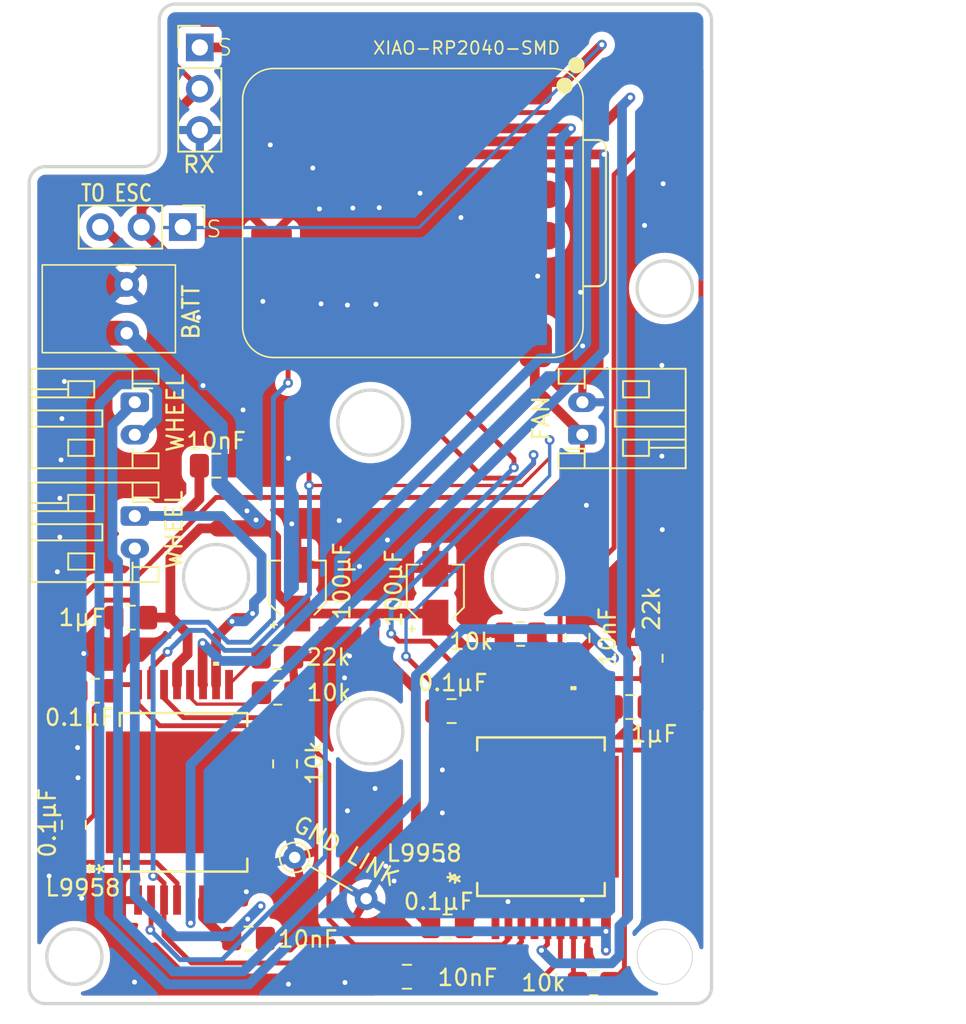
<source format=kicad_pcb>
(kicad_pcb (version 20240108) (generator "pcbnew") (generator_version "8.0")
  (layers (0 "F.Cu" signal) (31 "B.Cu" signal) (34 "B.Paste" user) (35 "F.Paste" user) (36 "B.SilkS" user "B.Silkscreen") (37 "F.SilkS" user "F.Silkscreen") (38 "B.Mask" user) (39 "F.Mask" user) (44 "Edge.Cuts" user))
  (net 0 "")
  (net 1 "PWM3")
  (net 2 "PPM")
  (net 3 "GND")
  (net 4 "µSI")
  (net 5 "+12V")
  (net 6 "SCK")
  (net 7 "Net-(U3-CP)")
  (net 8 "+5V")
  (net 9 "Net-(U3-REXT)")
  (net 10 "Net-(U3-EN)")
  (net 11 "PWM1")
  (net 12 "DIR1")
  (net 13 "Net-(U2-CP)")
  (net 14 "Net-(U2-EN)")
  (net 15 "Net-(U2-REXT)")
  (net 16 "PWM2")
  (net 17 "DIR2")
  (net 18 "µSO")
  (net 19 "CS")
  (net 20 "1SO")
  (net 21 "Net-(J4-Pin_3)")
  (net 22 "Net-(J5-Pin_1)")
  (net 23 "Net-(J5-Pin_2)")
  (net 24 "Net-(J6-Pin_2)")
  (net 25 "Net-(J6-Pin_1)")
  (net 26 "Net-(U2-DI)")
  (net 27 "Net-(U3-DI)")
  (footprint "Resistor_SMD:R_0805_2012Metric_Pad1.20x1.40mm_HandSolder" (layer "F.Cu") (at 163.2966 83.8708)
    (property "Reference" "10k")
    (property "Value" "10kohm")
  )
  (footprint "Connector_JST:JST_PH_S2B-PH-K_1x02_P2.00mm_Horizontal" (layer "F.Cu") (at 154.5 73 -90)
    (property "Reference" "WHEEL")
    (property "Value" "Conn_01x02_Socket")
  )
  (footprint "Resistor_SMD:R_0805_2012Metric_Pad1.20x1.40mm_HandSolder" (layer "F.Cu") (at 163.75 88.25 90)
    (property "Reference" "10k")
    (property "Value" "10kohm")
  )
  (footprint "Capacitor_SMD:C_0805_2012Metric_Pad1.18x1.45mm_HandSolder" (layer "F.Cu") (at 161.5 99)
    (property "Reference" "10nF")
    (property "Value" "10nF")
  )
  (footprint "Capacitor_SMD:C_0805_2012Metric_Pad1.18x1.45mm_HandSolder" (layer "F.Cu") (at 181.75 80.5 -90)
    (property "Reference" "10nF")
    (property "Value" "10nF")
  )
  (footprint "Resistor_SMD:R_0805_2012Metric_Pad1.20x1.40mm_HandSolder" (layer "F.Cu") (at 163.2712 81.6864)
    (property "Reference" "22k")
    (property "Value" "22kohm")
  )
  (footprint "Resistor_SMD:R_0805_2012Metric_Pad1.20x1.40mm_HandSolder" (layer "F.Cu") (at 178.25 80.25 180)
    (property "Reference" "10k")
    (property "Value" "10kohm")
  )
  (footprint "footprints:POWERSO16_STM" (layer "F.Cu") (at 157.5 90 90)
    (property "Reference" "L9958")
    (property "Value" "L9958SBTR")
  )
  (footprint "Capacitor_SMD:C_0805_2012Metric_Pad1.18x1.45mm_HandSolder" (layer "F.Cu") (at 173.75 98.25 180)
    (property "Reference" "0.1µF")
    (property "Value" "100nF")
  )
  (footprint "Resistor_SMD:R_0805_2012Metric_Pad1.20x1.40mm_HandSolder" (layer "F.Cu") (at 186.25 81.75 90)
    (property "Reference" "22k")
    (property "Value" "22kohm")
  )
  (footprint "Capacitor_SMD:C_0805_2012Metric_Pad1.18x1.45mm_HandSolder" (layer "F.Cu") (at 152.0375 83.75 180)
    (property "Reference" "0.1µF")
    (property "Value" "100nF")
  )
  (footprint "Capacitor_SMD:CP_Elec_3x5.3" (layer "F.Cu") (at 164.5 77.5 90)
    (property "Reference" "100µF")
    (property "Value" "100uF")
  )
  (footprint "Resistor_SMD:R_0805_2012Metric_Pad1.20x1.40mm_HandSolder" (layer "F.Cu") (at 182.75 101.75)
    (property "Reference" "10k")
    (property "Value" "10kohm")
  )
  (footprint "library:2_Wire" (layer "F.Cu") (at 157 60.75 90)
    (property "Reference" "BATT")
    (property "Value" "12Vin")
  )
  (footprint "Capacitor_SMD:CP_Elec_3x5.3" (layer "F.Cu") (at 173 77.75 90)
    (property "Reference" "100µF")
    (property "Value" "100uF")
  )
  (footprint "Capacitor_SMD:C_0805_2012Metric_Pad1.18x1.45mm_HandSolder" (layer "F.Cu") (at 174 85 180)
    (property "Reference" "0.1µF")
    (property "Value" "100nF")
  )
  (footprint "Connector_JST:JST_PH_S2B-PH-K_1x02_P2.00mm_Horizontal" (layer "F.Cu") (at 182.05 68 90)
    (property "Reference" "FAN")
    (property "Value" "Fan connector")
  )
  (footprint "footprints:POWERSO16_STM" (layer "F.Cu") (at 179.5 91.5 90)
    (property "Reference" "L9958")
    (property "Value" "L9958SBTR")
  )
  (footprint "Resistor_THT:R_Axial_DIN0204_L3.6mm_D1.6mm_P5.08mm_Vertical" (layer "F.Cu") (at 164.340597 94.005 -30)
    (property "Reference" "GND LINK")
    (property "Value" "0")
  )
  (footprint "footprints:XIAO-RP2040-SMD" (layer "F.Cu") (at 171.5556 54.301 -90)
    (property "Reference" "XIAO-RP2040-SMD")
    (property "Value" "XIAO-RP2040-SMD")
  )
  (footprint "Capacitor_SMD:C_0805_2012Metric_Pad1.18x1.45mm_HandSolder" (layer "F.Cu") (at 150.75 92 90)
    (property "Reference" "0.1µF")
    (property "Value" "100nF")
  )
  (footprint "Capacitor_SMD:C_0805_2012Metric_Pad1.18x1.45mm_HandSolder" (layer "F.Cu") (at 154.25 79.25 180)
    (property "Reference" "1µF")
    (property "Value" "1uF")
  )
  (footprint "Connector_JST:JST_PH_S2B-PH-K_1x02_P2.00mm_Horizontal" (layer "F.Cu") (at 154.5 66 -90)
    (property "Reference" "WHEEL")
    (property "Value" "Conn_01x02_Socket")
  )
  (footprint "Capacitor_SMD:C_0805_2012Metric_Pad1.18x1.45mm_HandSolder" (layer "F.Cu") (at 159.512 69.9008 180)
    (property "Reference" "10nF")
    (property "Value" "10nF")
  )
  (footprint "Connector_PinHeader_2.54mm:PinHeader_1x03_P2.54mm_Vertical" (layer "F.Cu") (at 158.5 44.17)
    (property "Reference" "RX")
    (property "Value" "Reciever" (hide yes))
  )
  (footprint "Capacitor_SMD:C_0805_2012Metric_Pad1.18x1.45mm_HandSolder" (layer "F.Cu") (at 171.25 101.346 180)
    (property "Reference" "10nF")
    (property "Value" "10nF")
  )
  (footprint "Capacitor_SMD:C_0805_2012Metric_Pad1.18x1.45mm_HandSolder" (layer "F.Cu") (at 185 84.75)
    (property "Reference" "1µF")
    (property "Value" "1uF")
  )
  (footprint "Connector_PinHeader_2.54mm:PinHeader_1x03_P2.54mm_Vertical" (layer "F.Cu") (at 157.4546 55.2196 -90)
    (property "Reference" "TO ESC")
    (property "Value" "BEC")
  )
  (footprint "footprints:BoardOutline" (layer "B.Cu") (at 168.5 78 180)
    (property "Reference" "REF**" (hide yes))
    (property "Value" "BoardOutline" (hide yes))
    (fp_line (start 20.5 -24) (end 20.5 25.5) (stroke (width 0.2)) (layer "Edge.Cuts"))
    (fp_line (start 13.5 26.5) (end 19.5 26.5) (stroke (width 0.2)) (layer "Edge.Cuts"))
    (fp_line (start 12.5 35.5) (end 12.5 27.5) (stroke (width 0.2)) (layer "Edge.Cuts"))
    (fp_line (start -20.500001 -25) (end 19.5 -25) (stroke (width 0.2)) (layer "Edge.Cuts"))
    (fp_line (start -20.500002 36.5) (end 11.5 36.5) (stroke (width 0.2)) (layer "Edge.Cuts"))
    (fp_line (start -21.5 -24.000001) (end -21.5 35.500001) (stroke (width 0.2)) (layer "Edge.Cuts"))
    (fp_arc (start 20.5 25.5) (mid 20.207107 26.207107) (end 19.5 26.5) (stroke (width 0.2)) (layer "Edge.Cuts"))
    (fp_arc (start 19.5 -25) (mid 20.207107 -24.707107) (end 20.5 -24) (stroke (width 0.2)) (layer "Edge.Cuts"))
    (fp_arc (start 12.5 35.5) (mid 12.207107 36.207107) (end 11.5 36.5) (stroke (width 0.2)) (layer "Edge.Cuts"))
    (fp_arc (start 12.5 27.5) (mid 12.792893 26.792893) (end 13.5 26.5) (stroke (width 0.2)) (layer "Edge.Cuts"))
    (fp_arc (start -20.500002 36.5) (mid -21.207107 36.207107) (end -21.5 35.500001) (stroke (width 0.2)) (layer "Edge.Cuts"))
    (fp_arc (start -21.5 -24.000001) (mid -21.207107 -24.707107) (end -20.500001 -25) (stroke (width 0.2)) (layer "Edge.Cuts"))
    (fp_circle (center 17.72 -22.11) (end 19.42 -22.11) (stroke (width 0.2)) (fill none) (layer "Edge.Cuts"))
    (fp_circle (center 9 1.25) (end 11 1.25) (stroke (width 0.2)) (fill none) (layer "Edge.Cuts"))
    (fp_circle (center -0.5 10.75) (end 1.5 10.75) (stroke (width 0.2)) (fill none) (layer "Edge.Cuts"))
    (fp_circle (center -0.5 -8.25) (end 1.5 -8.25) (stroke (width 0.2)) (fill none) (layer "Edge.Cuts"))
    (fp_circle (center -10 1.25) (end -8 1.25) (stroke (width 0.2)) (fill none) (layer "Edge.Cuts"))
    (fp_circle (center -18.62 19) (end -16.92 19) (stroke (width 0.2)) (fill none) (layer "Edge.Cuts"))
    (fp_circle (center -18.62 -22.11) (end -16.92 -22.11) (stroke (width 0.05)) (fill none) (layer "Edge.Cuts"))
  )
  (gr_text "S" (at 159.4866 44.7548 0) (layer "F.SilkS") (effects (font (size 1 1) (thickness 0.1)) (justify left bottom)))
  (gr_text "S" (at 158.8262 55.9308 0) (layer "F.SilkS") (effects (font (size 1 1) (thickness 0.1)) (justify left bottom)))
  (segment (start 180.949 46.301) (end 183.25 44) (width 0.6) (layer "F.Cu") (net 1))
  (segment (start 179.1756 46.301) (end 180.949 46.301) (width 0.6) (layer "F.Cu") (net 1))
  (via (at 183.25 44) (size 0.6) (drill 0.3) (layers "F.Cu" "B.Cu") (net 1))
  (segment (start 156.25 55.25) (end 172 55.25) (width 0.2) (layer "B.Cu") (net 1))
  (segment (start 172 55.25) (end 183.25 44) (width 0.2) (layer "B.Cu") (net 1))
  (segment (start 169.681084 44.17) (end 171.5556 46.044516) (width 0.6) (layer "F.Cu") (net 2))
  (segment (start 171.5556 46.044516) (end 171.5556 46.301) (width 0.6) (layer "F.Cu") (net 2))
  (segment (start 158.5 44.17) (end 169.681084 44.17) (width 0.6) (layer "F.Cu") (net 2))
  (segment (start 182.30035 96.88015) (end 182.0418 96.6216) (width 0.2) (layer "F.Cu") (net 3))
  (segment (start 176.69965 98.1294) (end 176.69965 97.0277) (width 0.2) (layer "F.Cu") (net 3))
  (segment (start 176.69965 97.0277) (end 177.00415 96.7232) (width 0.2) (layer "F.Cu") (net 3))
  (segment (start 177.00415 96.7232) (end 177.4698 96.7232) (width 0.2) (layer "F.Cu") (net 3))
  (segment (start 182.30035 98.1294) (end 182.30035 96.88015) (width 0.2) (layer "F.Cu") (net 3))
  (via (at 167.4114 82.9564) (size 0.6) (drill 0.3) (layers "F.Cu" "B.Cu") (net 3))
  (via (at 151.003 89.1032) (size 0.6) (drill 0.3) (layers "F.Cu" "B.Cu") (net 3))
  (via (at 149.225 95.1484) (size 0.6) (drill 0.3) (layers "F.Cu" "B.Cu") (net 3))
  (via (at 150.9776 87.249) (size 0.6) (drill 0.3) (layers "F.Cu" "B.Cu") (net 3))
  (via (at 165.862 54.102) (size 0.6) (drill 0.3) (layers "F.Cu" "B.Cu") (net 3))
  (via (at 162.3822 59.7916) (size 0.6) (drill 0.3) (layers "F.Cu" "B.Cu") (net 3))
  (via (at 170.053 74.4728) (size 0.6) (drill 0.3) (layers "F.Cu" "B.Cu") (net 3))
  (via (at 181.9402 59.2328) (size 0.6) (drill 0.3) (layers "F.Cu" "B.Cu") (net 3))
  (via (at 167.5892 60.0202) (size 0.6) (drill 0.3) (layers "F.Cu" "B.Cu") (net 3))
  (via (at 149.8854 74.295) (size 0.6) (drill 0.3) (layers "F.Cu" "B.Cu") (net 3))
  (via (at 168.3258 76.0984) (size 0.6) (drill 0.3) (layers "F.Cu" "B.Cu") (net 3))
  (via (at 173.4312 91.2622) (size 0.6) (drill 0.3) (layers "F.Cu" "B.Cu") (net 3))
  (via (at 167.0812 73.279) (size 0.6) (drill 0.3) (layers "F.Cu" "B.Cu") (net 3))
  (via (at 177.4698 96.7232) (size 0.6) (drill 0.3) (layers "F.Cu" "B.Cu") (net 3))
  (via (at 164.1602 73.4822) (size 0.6) (drill 0.3) (layers "F.Cu" "B.Cu") (net 3))
  (via (at 150.0124 67.0052) (size 0.6) (drill 0.3) (layers "F.Cu" "B.Cu") (net 3))
  (via (at 182.0418 96.6216) (size 0.6) (drill 0.3) (layers "F.Cu" "B.Cu") (net 3))
  (via (at 163.957 101.8032) (size 0.6) (drill 0.3) (layers "F.Cu" "B.Cu") (net 3))
  (via (at 169.9514 94.5388) (size 0.6) (drill 0.3) (layers "F.Cu" "B.Cu") (net 3))
  (via (at 167.5892 91.1352) (size 0.6) (drill 0.3) (layers "F.Cu" "B.Cu") (net 3))
  (via (at 149.8854 71.9074) (size 0.6) (drill 0.3) (layers "F.Cu" "B.Cu") (net 3))
  (via (at 172.0596 53.1368) (size 0.6) (drill 0.3) (layers "F.Cu" "B.Cu") (net 3))
  (via (at 165.9636 59.944) (size 0.6) (drill 0.3) (layers "F.Cu" "B.Cu") (net 3))
  (via (at 167.4368 101.7016) (size 0.6) (drill 0.3) (layers "F.Cu" "B.Cu") (net 3))
  (via (at 182.0672 62.5348) (size 0.6) (drill 0.3) (layers "F.Cu" "B.Cu") (net 3))
  (via (at 169.291 89.7636) (size 0.6) (drill 0.3) (layers "F.Cu" "B.Cu") (net 3))
  (via (at 174.5742 54.6354) (size 0.6) (drill 0.3) (layers "F.Cu" "B.Cu") (net 3))
  (via (at 169.3418 59.9694) (size 0.6) (drill 0.3) (layers "F.Cu" "B.Cu") (net 3))
  (via (at 185.8772 55.118) (size 0.6) (drill 0.3) (layers "F.Cu" "B.Cu") (net 3))
  (via (at 186.944 63.7286) (size 0.6) (drill 0.3) (layers "F.Cu" "B.Cu") (net 3))
  (via (at 149.9616 69.5452) (size 0.6) (drill 0.3) (layers "F.Cu" "B.Cu") (net 3))
  (via (at 169.545 54.0258) (size 0.6) (drill 0.3) (layers "F.Cu" "B.Cu") (net 3))
  (via (at 182.2958 72.3392) (size 0.6) (drill 0.3) (layers "F.Cu" "B.Cu") (net 3))
  (via (at 170.4594 95.4532) (size 0.6) (drill 0.3) (layers "F.Cu" "B.Cu") (net 3))
  (via (at 187.0202 52.5526) (size 0.6) (drill 0.3) (layers "F.Cu" "B.Cu") (net 3))
  (via (at 154.4828 101.6762) (size 0.6) (drill 0.3) (layers "F.Cu" "B.Cu") (net 3))
  (via (at 173.4312 88.6206) (size 0.6) (drill 0.3) (layers "F.Cu" "B.Cu") (net 3))
  (via (at 167.7162 81.6102) (size 0.6) (drill 0.3) (layers "F.Cu" "B.Cu") (net 3))
  (via (at 150.1648 64.7192) (size 0.6) (drill 0.3) (layers "F.Cu" "B.Cu") (net 3))
  (via (at 161.3662 96.1136) (size 0.6) (drill 0.3) (layers "F.Cu" "B.Cu") (net 3))
  (via (at 162.8394 50.165) (size 0.6) (drill 0.3) (layers "F.Cu" "B.Cu") (net 3))
  (via (at 167.9194 54.0512) (size 0.6) (drill 0.3) (layers "F.Cu" "B.Cu") (net 3))
  (via (at 186.944 69.3166) (size 0.6) (drill 0.3) (layers "F.Cu" "B.Cu") (net 3))
  (via (at 163.957 69.4436) (size 0.6) (drill 0.3) (layers "F.Cu" "B.Cu") (net 3))
  (via (at 158.6992 64.9732) (size 0.6) (drill 0.3) (layers "F.Cu" "B.Cu") (net 3))
  (via (at 151.3586 81.4578) (size 0.6) (drill 0.3) (layers "F.Cu" "B.Cu") (net 3))
  (via (at 186.9694 73.8378) (size 0.6) (drill 0.3) (layers "F.Cu" "B.Cu") (net 3))
  (via (at 149.733 76.4286) (size 0.6) (drill 0.3) (layers "F.Cu" "B.Cu") (net 3))
  (via (at 165.4556 51.5874) (size 0.6) (drill 0.3) (layers "F.Cu" "B.Cu") (net 3))
  (via (at 173.4566 94.1832) (size 0.6) (drill 0.3) (layers "F.Cu" "B.Cu") (net 3))
  (via (at 161.163 66.4718) (size 0.6) (drill 0.3) (layers "F.Cu" "B.Cu") (net 3))
  (via (at 179.2986 58.2422) (size 0.6) (drill 0.3) (layers "F.Cu" "B.Cu") (net 3))
  (via (at 158.4198 60.7822) (size 0.6) (drill 0.3) (layers "F.Cu" "B.Cu") (net 3))
  (via (at 151.2316 96.52) (size 0.6) (drill 0.3) (layers "F.Cu" "B.Cu") (net 3))
  (segment (start 171.5556 63.204039) (end 171.5556 62.466) (width 0.3) (layer "F.Cu") (net 4))
  (segment (start 177.8381 69.486539) (end 171.5556 63.204039) (width 0.3) (layer "F.Cu") (net 4))
  (segment (start 171.5556 62.466) (end 171.5556 62.5556) (width 0.3) (layer "F.Cu") (net 4))
  (segment (start 177.8381 70.0151) (end 177.8381 69.486539) (width 0.3) (layer "F.Cu") (net 4))
  (segment (start 155.456003 98.468747) (end 155.49975 98.425) (width 0.3) (layer "F.Cu") (net 4))
  (segment (start 155.49975 98.425) (end 155.49975 96.6294) (width 0.3) (layer "F.Cu") (net 4))
  (via (at 155.456003 98.468747) (size 0.6) (drill 0.3) (layers "F.Cu" "B.Cu") (net 4))
  (via (at 177.8381 70.0151) (size 0.6) (drill 0.3) (layers "F.Cu" "B.Cu") (net 4))
  (segment (start 166.228602 93.943598) (end 166.228602 81.624598) (width 0.3) (layer "B.Cu") (net 4))
  (segment (start 166.228602 81.624598) (end 177.8381 70.0151) (width 0.3) (layer "B.Cu") (net 4))
  (segment (start 155.456003 98.468747) (end 157.281456 100.2942) (width 0.3) (layer "B.Cu") (net 4))
  (segment (start 157.281456 100.2942) (end 159.878 100.2942) (width 0.3) (layer "B.Cu") (net 4))
  (segment (start 159.878 100.2942) (end 166.228602 93.943598) (width 0.3) (layer "B.Cu") (net 4))
  (segment (start 163.2 77.7) (end 164.5 79) (width 0.6) (layer "F.Cu") (net 5))
  (segment (start 150 90.2125) (end 150.75 90.9625) (width 0.3) (layer "F.Cu") (net 5))
  (segment (start 157.75 80.25) (end 157.75 81.5) (width 0.6) (layer "F.Cu") (net 5))
  (segment (start 163.2 74.295) (end 162.6666 73.7616) (width 0.6) (layer "F.Cu") (net 5))
  (segment (start 182.6875 86.75) (end 179.63645 86.75) (width 0.6) (layer "F.Cu") (net 5))
  (segment (start 156.75 79.25) (end 157.75 80.25) (width 0.6) (layer "F.Cu") (net 5))
  (segment (start 172.7125 98.25) (end 171.802452 97.339952) (width 0.6) (layer "F.Cu") (net 5))
  (segment (start 179.09995 86.2135) (end 179.09995 84.8706) (width 0.6) (layer "F.Cu") (net 5))
  (segment (start 156.689182 75.587428) (end 156.690893 75.587428) (width 0.6) (layer "F.Cu") (net 5))
  (segment (start 171.802452 83.678798) (end 169.25 81.126346) (width 0.6) (layer "F.Cu") (net 5))
  (segment (start 169.25 79) (end 172.75 79) (width 0.6) (layer "F.Cu") (net 5))
  (segment (start 156.690893 75.587428) (end 158.516721 73.7616) (width 0.6) (layer "F.Cu") (net 5))
  (segment (start 177.5 82) (end 179.09995 83.59995) (width 0.6) (layer "F.Cu") (net 5))
  (segment (start 154.2125 78.175) (end 152.619544 78.175) (width 0.3) (layer "F.Cu") (net 5))
  (segment (start 158.516721 73.7616) (end 159.58181 73.7616) (width 0.6) (layer "F.Cu") (net 5))
  (segment (start 183.9625 84.75) (end 183.9625 85.475) (width 0.6) (layer "F.Cu") (net 5))
  (segment (start 179.09995 83.59995) (end 179.09995 84.8706) (width 0.6) (layer "F.Cu") (net 5))
  (segment (start 162.6666 73.7616) (end 162.4838 73.7616) (width 1) (layer "F.Cu") (net 5))
  (segment (start 173 79.25) (end 175.75 82) (width 0.6) (layer "F.Cu") (net 5))
  (segment (start 169.25 81.126346) (end 169.25 79) (width 0.6) (layer "F.Cu") (net 5))
  (segment (start 157.75 81.5) (end 157.09995 82.15005) (width 0.6) (layer "F.Cu") (net 5))
  (segment (start 155.2875 79.25) (end 156.75 79.25) (width 0.6) (layer "F.Cu") (net 5))
  (segment (start 161.9631 73.2409) (end 161.4424 72.7202) (width 1) (layer "F.Cu") (net 5))
  (segment (start 179.09995 83.90005) (end 179.09995 84.8706) (width 0.3) (layer "F.Cu") (net 5))
  (segment (start 155.2875 79.25) (end 154.2125 78.175) (width 0.3) (layer "F.Cu") (net 5))
  (segment (start 172.75 79) (end 173 79.25) (width 0.6) (layer "F.Cu") (net 5))
  (segment (start 162.4838 73.7616) (end 161.9631 73.2409) (width 1) (layer "F.Cu") (net 5))
  (segment (start 159.58181 73.7616) (end 162.6666 73.7616) (width 1) (layer "F.Cu") (net 5))
  (segment (start 152.619544 78.175) (end 150 80.794544) (width 0.3) (layer "F.Cu") (net 5))
  (segment (start 171.802452 97.339952) (end 171.802452 83.678798) (width 0.6) (layer "F.Cu") (net 5))
  (segment (start 164.5 79) (end 169.25 79) (width 0.6) (layer "F.Cu") (net 5))
  (segment (start 179.63645 86.75) (end 179.09995 86.2135) (width 0.6) (layer "F.Cu") (net 5))
  (segment (start 161.4424 72.7202) (end 161.4424 72.707371) (width 1) (layer "F.Cu") (net 5))
  (segment (start 175.75 82) (end 177.5 82) (width 0.6) (layer "F.Cu") (net 5))
  (segment (start 156.75 79.25) (end 156.689182 79.189182) (width 0.6) (layer "F.Cu") (net 5))
  (segment (start 157.09995 82.15005) (end 157.09995 83.3706) (width 0.6) (layer "F.Cu") (net 5))
  (segment (start 150 80.794544) (end 150 90.2125) (width 0.3) (layer "F.Cu") (net 5))
  (segment (start 156.689182 79.189182) (end 156.689182 75.587428) (width 0.6) (layer "F.Cu") (net 5))
  (segment (start 163.2 77.7) (end 163.2 74.295) (width 0.6) (layer "F.Cu") (net 5))
  (segment (start 183.9625 85.475) (end 182.6875 86.75) (width 0.6) (layer "F.Cu") (net 5))
  (via (at 161.4043 72.6821) (size 0.6) (drill 0.3) (layers "F.Cu" "B.Cu") (net 5))
  (via (at 161.9631 73.2409) (size 0.6) (drill 0.3) (layers "F.Cu" "B.Cu") (net 5))
  (segment (start 161.4043 72.6821) (end 161.9631 73.2409) (width 1) (layer "B.Cu") (net 5))
  (segment (start 154 61.75) (end 159.7218 67.4718) (width 1) (layer "B.Cu") (net 5))
  (segment (start 159.7218 70.9996) (end 161.4043 72.6821) (width 1) (layer "B.Cu") (net 5))
  (segment (start 161.9631 73.2409) (end 162.0266 73.3044) (width 1) (layer "B.Cu") (net 5))
  (segment (start 159.7218 67.4718) (end 159.7218 70.9996) (width 1) (layer "B.Cu") (net 5))
  (segment (start 171.196 81.6356) (end 173.0604 83.5) (width 0.3) (layer "F.Cu") (net 6))
  (segment (start 165.227 71.12) (end 178.334796 71.12) (width 0.2) (layer "F.Cu") (net 6))
  (segment (start 180.0352 69.419596) (end 180.0352 68.326) (width 0.2) (layer "F.Cu") (net 6))
  (segment (start 165.227 63.7146) (end 166.4756 62.466) (width 0.3) (layer "F.Cu") (net 6))
  (segment (start 155.49975 82.37125) (end 155.49975 83.3706) (width 0.3) (layer "F.Cu") (net 6))
  (segment (start 165.227 71.12) (end 165.227 63.7146) (width 0.3) (layer "F.Cu") (net 6))
  (segment (start 177.49975 83.8277) (end 177.49975 84.8706) (width 0.3) (layer "F.Cu") (net 6))
  (segment (start 178.334796 71.12) (end 180.0352 69.419596) (width 0.2) (layer "F.Cu") (net 6))
  (segment (start 173.0604 83.5) (end 177.17205 83.5) (width 0.3) (layer "F.Cu") (net 6))
  (segment (start 156.5148 81.3562) (end 155.49975 82.37125) (width 0.3) (layer "F.Cu") (net 6))
  (segment (start 177.17205 83.5) (end 177.49975 83.8277) (width 0.3) (layer "F.Cu") (net 6))
  (via (at 156.5148 81.3562) (size 0.6) (drill 0.3) (layers "F.Cu" "B.Cu") (net 6))
  (via (at 165.227 71.12) (size 0.6) (drill 0.3) (layers "F.Cu" "B.Cu") (net 6))
  (via (at 171.196 81.6356) (size 0.6) (drill 0.3) (layers "F.Cu" "B.Cu") (net 6))
  (via (at 180.0352 68.326) (size 0.6) (drill 0.3) (layers "F.Cu" "B.Cu") (net 6))
  (segment (start 161.782762 81.265) (end 160.035238 81.265) (width 0.3) (layer "B.Cu") (net 6))
  (segment (start 171.196 79.359929) (end 180.0352 70.520729) (width 0.2) (layer "B.Cu") (net 6))
  (segment (start 165.25 77.797762) (end 161.782762 81.265) (width 0.3) (layer "B.Cu") (net 6))
  (segment (start 157.8356 80.0354) (end 156.5148 81.3562) (width 0.3) (layer "B.Cu") (net 6))
  (segment (start 171.196 81.6356) (end 171.196 79.359929) (width 0.2) (layer "B.Cu") (net 6))
  (segment (start 160.035238 81.265) (end 158.805638 80.0354) (width 0.3) (layer "B.Cu") (net 6))
  (segment (start 165.25 71.143) (end 165.25 77.797762) (width 0.3) (layer "B.Cu") (net 6))
  (segment (start 158.805638 80.0354) (end 157.8356 80.0354) (width 0.3) (layer "B.Cu") (net 6))
  (segment (start 165.227 71.12) (end 165.25 71.143) (width 0.3) (layer "B.Cu") (net 6))
  (segment (start 180.0352 70.520729) (end 180.0352 68.326) (width 0.2) (layer "B.Cu") (net 6))
  (segment (start 179.09995 97.0865) (end 178.07625 96.0628) (width 0.3) (layer "F.Cu") (net 7))
  (segment (start 178.07625 96.0628) (end 176.9747 96.0628) (width 0.3) (layer "F.Cu") (net 7))
  (segment (start 179.09995 98.1294) (end 179.09995 97.0865) (width 0.3) (layer "F.Cu") (net 7))
  (segment (start 176.9747 96.0628) (end 174.7875 98.25) (width 0.3) (layer "F.Cu") (net 7))
  (segment (start 182.05 68) (end 179.12 65.07) (width 0.6) (layer "F.Cu") (net 8))
  (segment (start 156.03085 85.9035) (end 154.69965 84.5723) (width 0.3) (layer "F.Cu") (net 8))
  (segment (start 153.4544 83.3706) (end 153.075 83.75) (width 0.3) (layer "F.Cu") (net 8))
  (segment (start 163.75 87.25) (end 163.75 87) (width 0.3) (layer "F.Cu") (net 8))
  (segment (start 176.57025 85) (end 176.69965 84.8706) (width 0.3) (layer "F.Cu") (net 8))
  (segment (start 175.7934 57.7088) (end 179.1756 61.091) (width 0.6) (layer "F.Cu") (net 8))
  (segment (start 163.75 87) (end 162.6535 85.9035) (width 0.3) (layer "F.Cu") (net 8))
  (segment (start 186.5 42.75) (end 189.35 45.6) (width 0.3) (layer "F.Cu") (net 8))
  (segment (start 184.6344 87.4) (end 184.6379 87.4035) (width 0.3) (layer "F.Cu") (net 8))
  (segment (start 184.6379 100.8621) (end 183.75 101.75) (width 0.3) (layer "F.Cu") (net 8))
  (segment (start 162.6535 85.9035) (end 156.03085 85.9035) (width 0.3) (layer "F.Cu") (net 8))
  (segment (start 179.678829 71.857371) (end 182.05 69.4862) (width 0.3) (layer "F.Cu") (net 8))
  (segment (start 149.5 91.6) (end 149.5 79.75) (width 0.3) (layer "F.Cu") (net 8))
  (segment (start 149.5 79.75) (end 152.071315 77.178685) (width 0.3) (layer "F.Cu") (net 8))
  (segment (start 153.075 83.75) (end 152 84.825) (width 0.3) (layer "F.Cu") (net 8))
  (segment (start 179.1756 61.091) (end 179.1756 62.466) (width 0.6) (layer "F.Cu") (net 8))
  (segment (start 186.8692 87.4) (end 184.6344 87.4) (width 0.3) (layer "F.Cu") (net 8))
  (segment (start 154.178685 77.178685) (end 159.5 71.857371) (width 0.3) (layer "F.Cu") (net 8))
  (segment (start 179.12 65.07) (end 179.12 62.1695) (width 0.6) (layer "F.Cu") (net 8))
  (segment (start 156.75 43) (end 157 42.75) (width 0.3) (layer "F.Cu") (net 8))
  (segment (start 189.35 84.9192) (end 186.8692 87.4) (width 0.3) (layer "F.Cu") (net 8))
  (segment (start 156.812925 52.147075) (end 154.9146 54.0454) (width 0.6) (layer "F.Cu") (net 8))
  (segment (start 158.5 46.71) (end 156.75 44.96) (width 0.3) (layer "F.Cu") (net 8))
  (segment (start 152 91.380456) (end 151.480456 91.9) (width 0.3) (layer "F.Cu") (net 8))
  (segment (start 184.6379 87.4035) (end 184.6379 88) (width 0.3) (layer "F.Cu") (net 8))
  (segment (start 159.5 71.857371) (end 179.678829 71.857371) (width 0.3) (layer "F.Cu") (net 8))
  (segment (start 154.69965 83.3706) (end 153.4544 83.3706) (width 0.3) (layer "F.Cu") (net 8))
  (segment (start 154.303685 77.053685) (end 154.178685 77.178685) (width 0.3) (layer "F.Cu") (net 8))
  (segment (start 154.69965 84.5723) (end 154.69965 83.3706) (width 0.3) (layer "F.Cu") (net 8))
  (segment (start 177.4375 87.4) (end 184.6344 87.4) (width 0.3) (layer "F.Cu") (net 8))
  (segment (start 175.0375 85) (end 176.57025 85) (width 0.3) (layer "F.Cu") (net 8))
  (segment (start 151.480456 91.9) (end 149.8 91.9) (width 0.3) (layer "F.Cu") (net 8))
  (segment (start 149.8 91.9) (end 149.5 91.6) (width 0.3) (layer "F.Cu") (net 8))
  (segment (start 156.812925 48.397075) (end 156.812925 52.147075) (width 0.6) (layer "F.Cu") (net 8))
  (segment (start 184.6379 88) (end 184.6379 100.8621) (width 0.3) (layer "F.Cu") (net 8))
  (segment (start 182.05 69.4862) (end 182.05 68) (width 0.3) (layer "F.Cu") (net 8))
  (segment (start 157.2438 57.7088) (end 175.7934 57.7088) (width 0.6) (layer "F.Cu") (net 8))
  (segment (start 189.35 45.6) (end 189.35 84.9192) (width 0.3) (layer "F.Cu") (net 8))
  (segment (start 154.9146 55.3796) (end 157.2438 57.7088) (width 0.6) (layer "F.Cu") (net 8))
  (segment (start 156.75 44.96) (end 156.75 43) (width 0.3) (layer "F.Cu") (net 8))
  (segment (start 158.5 46.71) (end 156.812925 48.397075) (width 0.6) (layer "F.Cu") (net 8))
  (segment (start 175.0375 85) (end 177.4375 87.4) (width 0.3) (layer "F.Cu") (net 8))
  (segment (start 152.071315 77.178685) (end 154.178685 77.178685) (width 0.3) (layer "F.Cu") (net 8))
  (segment (start 152 84.825) (end 152 91.380456) (width 0.3) (layer "F.Cu") (net 8))
  (segment (start 157 42.75) (end 186.5 42.75) (width 0.3) (layer "F.Cu") (net 8))
  (segment (start 154.9146 54.0454) (end 154.9146 55.3796) (width 0.6) (layer "F.Cu") (net 8))
  (segment (start 179.25 80.25) (end 179.90005 80.90005) (width 0.3) (layer "F.Cu") (net 9))
  (segment (start 179.90005 80.90005) (end 179.90005 84.8706) (width 0.3) (layer "F.Cu") (net 9))
  (segment (start 186 83) (end 183.25 83) (width 0.3) (layer "F.Cu") (net 10))
  (segment (start 182.30035 83.94965) (end 182.30035 84.8706) (width 0.3) (layer "F.Cu") (net 10))
  (segment (start 183.25 83) (end 182.30035 83.94965) (width 0.3) (layer "F.Cu") (net 10))
  (segment (start 186.25 82.75) (end 186 83) (width 0.3) (layer "F.Cu") (net 10))
  (segment (start 180.20537 48.176) (end 177.1356 48.176) (width 0.3) (layer "F.Cu") (net 11))
  (segment (start 184 74.94676) (end 184 52) (width 0.3) (layer "F.Cu") (net 11))
  (segment (start 184 52) (end 187.9 48.1) (width 0.3) (layer "F.Cu") (net 11))
  (segment (start 180.675 84.84545) (end 180.70015 84.8706) (width 0.3) (layer "F.Cu") (net 11))
  (segment (start 187.9 46.65) (end 187 45.75) (width 0.3) (layer "F.Cu") (net 11))
  (segment (start 182.348379 76.59838) (end 180.675 78.271759) (width 0.3) (layer "F.Cu") (net 11))
  (segment (start 177.1356 48.176) (end 176.6356 47.676) (width 0.3) (layer "F.Cu") (net 11))
  (segment (start 182.63137 45.75) (end 180.20537 48.176) (width 0.3) (layer "F.Cu") (net 11))
  (segment (start 176.6356 47.676) (end 176.6356 46.301) (width 0.3) (layer "F.Cu") (net 11))
  (segment (start 187 45.75) (end 182.63137 45.75) (width 0.3) (layer "F.Cu") (net 11))
  (segment (start 182.34838 76.59838) (end 182.348379 76.59838) (width 0.3) (layer "F.Cu") (net 11))
  (segment (start 180.675 78.271759) (end 180.675 84.84545) (width 0.3) (layer "F.Cu") (net 11))
  (segment (start 187.9 48.1) (end 187.9 46.65) (width 0.3) (layer "F.Cu") (net 11))
  (segment (start 182.34838 76.59838) (end 184 74.94676) (width 0.3) (layer "F.Cu") (net 11))
  (segment (start 182.3 49.95) (end 185 47.25) (width 0.6) (layer "F.Cu") (net 12))
  (segment (start 179.90005 98.1294) (end 179.90005 99.34995) (width 0.3) (layer "F.Cu") (net 12))
  (segment (start 171.2896 49.95) (end 182.3 49.95) (width 0.6) (layer "F.Cu") (net 12))
  (segment (start 169.0156 47.676) (end 171.2896 49.95) (width 0.6) (layer "F.Cu") (net 12))
  (segment (start 179.90005 99.34995) (end 179.5284 99.7216) (width 0.3) (layer "F.Cu") (net 12))
  (segment (start 169.0156 46.301) (end 169.0156 47.676) (width 0.6) (layer "F.Cu") (net 12))
  (via (at 185 47.25) (size 0.6) (drill 0.3) (layers "F.Cu" "B.Cu") (net 12))
  (via (at 179.5284 99.7216) (size 0.6) (drill 0.3) (layers "F.Cu" "B.Cu") (net 12))
  (segment (start 184.488767 47.761233) (end 184.488767 81.107396) (width 0.6) (layer "B.Cu") (net 12))
  (segment (start 183.858 100.5204) (end 180.3272 100.5204) (width 0.6) (layer "B.Cu") (net 12))
  (segment (start 180.3272 100.5204) (end 179.5284 99.7216) (width 0.6) (layer "B.Cu") (net 12))
  (segment (start 184.488767 81.107396) (end 184.868073 81.486702) (width 0.6) (layer "B.Cu") (net 12))
  (segment (start 184.3278 98.221455) (end 184.3278 100.0506) (width 0.6) (layer "B.Cu") (net 12))
  (segment (start 184.3278 100.0506) (end 183.858 100.5204) (width 0.6) (layer "B.Cu") (net 12))
  (segment (start 185 47.25) (end 184.488767 47.761233) (width 0.6) (layer "B.Cu") (net 12))
  (segment (start 184.868073 97.681182) (end 184.3278 98.221455) (width 0.6) (layer "B.Cu") (net 12))
  (segment (start 184.868073 81.486702) (end 184.868073 97.681182) (width 0.6) (layer "B.Cu") (net 12))
  (segment (start 150.75 94.3102) (end 155.82365 94.3102) (width 0.3) (layer "F.Cu") (net 13))
  (segment (start 155.82365 94.3102) (end 157.09995 95.5865) (width 0.3) (layer "F.Cu") (net 13))
  (segment (start 150.75 93.0375) (end 150.75 94.3102) (width 0.3) (layer "F.Cu") (net 13))
  (segment (start 157.09995 95.5865) (end 157.09995 96.6294) (width 0.3) (layer "F.Cu") (net 13))
  (segment (start 162.2712 81.6864) (end 161.98455 81.6864) (width 0.2) (layer "F.Cu") (net 14))
  (segment (start 161.98455 81.6864) (end 160.30035 83.3706) (width 0.2) (layer "F.Cu") (net 14))
  (segment (start 158.3085 84.5723) (end 157.90005 84.16385) (width 0.2) (layer "F.Cu") (net 15))
  (segment (start 157.90005 84.16385) (end 157.90005 83.3706) (width 0.2) (layer "F.Cu") (net 15))
  (segment (start 161.5951 84.5723) (end 158.3085 84.5723) (width 0.2) (layer "F.Cu") (net 15))
  (segment (start 162.2966 83.8708) (end 161.5951 84.5723) (width 0.2) (layer "F.Cu") (net 15))
  (segment (start 174.0956 46.557484) (end 174.0956 46.301) (width 0.6) (layer "F.Cu") (net 16))
  (segment (start 158.6738 80.8228) (end 158.6738 83.34425) (width 0.6) (layer "F.Cu") (net 16))
  (segment (start 181.35 49.15) (end 176.688116 49.15) (width 0.6) (layer "F.Cu") (net 16))
  (segment (start 158.6738 83.34425) (end 158.70015 83.3706) (width 0.6) (layer "F.Cu") (net 16))
  (segment (start 176.688116 49.15) (end 174.0956 46.557484) (width 0.6) (layer "F.Cu") (net 16))
  (via (at 158.6738 80.8228) (size 0.6) (drill 0.3) (layers "F.Cu" "B.Cu") (net 16))
  (via (at 181.35 49.15) (size 0.6) (drill 0.3) (layers "F.Cu" "B.Cu") (net 16))
  (segment (start 167.0686 76.8984) (end 162.052 81.915) (width 0.6) (layer "B.Cu") (net 16))
  (segment (start 159.766 81.915) (end 158.6738 80.8228) (width 0.6) (layer "B.Cu") (net 16))
  (segment (start 179.442029 63.292) (end 167.0686 75.665429) (width 0.6) (layer "B.Cu") (net 16))
  (segment (start 167.0686 75.665429) (end 167.0686 76.8984) (width 0.6) (layer "B.Cu") (net 16))
  (segment (start 181.35 49.15) (end 180.675 49.825) (width 0.6) (layer "B.Cu") (net 16))
  (segment (start 180.675 49.825) (end 180.675 63.292) (width 0.6) (layer "B.Cu") (net 16))
  (segment (start 180.675 63.292) (end 179.442029 63.292) (width 0.6) (layer "B.Cu") (net 16))
  (segment (start 162.052 81.915) (end 159.766 81.915) (width 0.6) (layer "B.Cu") (net 16))
  (segment (start 157.9331 98.044) (end 157.90005 98.01095) (width 0.3) (layer "F.Cu") (net 17))
  (segment (start 169.5496 50.75) (end 166.4756 47.676) (width 0.6) (layer "F.Cu") (net 17))
  (segment (start 183.388 50.75) (end 169.5496 50.75) (width 0.6) (layer "F.Cu") (net 17))
  (segment (start 157.90005 98.01095) (end 157.90005 96.6294) (width 0.3) (layer "F.Cu") (net 17))
  (segment (start 166.4756 47.676) (end 166.4756 46.301) (width 0.6) (layer "F.Cu") (net 17))
  (via (at 183.388 50.75) (size 0.6) (drill 0.3) (layers "F.Cu" "B.Cu") (net 17))
  (via (at 157.9331 98.044) (size 0.6) (drill 0.3) (layers "F.Cu" "B.Cu") (net 17))
  (segment (start 157.9331 98.044) (end 157.9331 88.286265) (width 0.6) (layer "B.Cu") (net 17))
  (segment (start 183.388 62.831365) (end 183.388 50.75) (width 0.6) (layer "B.Cu") (net 17))
  (segment (start 157.9331 88.286265) (end 183.388 62.831365) (width 0.6) (layer "B.Cu") (net 17))
  (segment (start 174.65 82.65) (end 177.12215 82.65) (width 0.3) (layer "F.Cu") (net 18))
  (segment (start 179.0446 69.7738) (end 179.0446 69.2404) (width 0.3) (layer "F.Cu") (net 18))
  (segment (start 177.12215 82.65) (end 178.29985 83.8277) (width 0.3) (layer "F.Cu") (net 18))
  (segment (start 178.29985 83.8277) (end 178.29985 84.8706) (width 0.3) (layer "F.Cu") (net 18))
  (segment (start 169.0156 62.934838) (end 171.64734 65.566578) (width 0.3) (layer "F.Cu") (net 18))
  (segment (start 171.64734 66.33894) (end 175.9735 70.6651) (width 0.3) (layer "F.Cu") (net 18))
  (segment (start 170.2816 80.2386) (end 170.743 80.7) (width 0.3) (layer "F.Cu") (net 18))
  (segment (start 171.64734 65.566578) (end 171.64734 66.33894) (width 0.3) (layer "F.Cu") (net 18))
  (segment (start 172.7 80.7) (end 174.65 82.65) (width 0.3) (layer "F.Cu") (net 18))
  (segment (start 170.743 80.7) (end 172.7 80.7) (width 0.3) (layer "F.Cu") (net 18))
  (segment (start 169.0156 62.466) (end 169.0156 62.934838) (width 0.3) (layer "F.Cu") (net 18))
  (segment (start 175.9735 70.6651) (end 178.1533 70.6651) (width 0.3) (layer "F.Cu") (net 18))
  (segment (start 178.1533 70.6651) (end 179.0446 69.7738) (width 0.3) (layer "F.Cu") (net 18))
  (via (at 170.2816 80.2386) (size 0.6) (drill 0.3) (layers "F.Cu" "B.Cu") (net 18))
  (via (at 179.0446 69.2404) (size 0.6) (drill 0.3) (layers "F.Cu" "B.Cu") (net 18))
  (segment (start 170.2816 80.2386) (end 170.2816 78.490839) (width 0.3) (layer "B.Cu") (net 18))
  (segment (start 179.0446 69.727839) (end 179.0446 69.2404) (width 0.3) (layer "B.Cu") (net 18))
  (segment (start 170.2816 78.490839) (end 179.0446 69.727839) (width 0.3) (layer "B.Cu") (net 18))
  (segment (start 164.914214 100) (end 177.5 100) (width 0.3) (layer "F.Cu") (net 19))
  (segment (start 156.29985 96.6294) (end 156.29985 95.5865) (width 0.3) (layer "F.Cu") (net 19))
  (segment (start 164.414214 100.5) (end 164.914214 100) (width 0.3) (layer "F.Cu") (net 19))
  (segment (start 156.29985 96.6294) (end 156.29985 98.79985) (width 0.3) (layer "F.Cu") (net 19))
  (segment (start 178.29985 99.20015) (end 178.29985 98.1294) (width 0.3) (layer "F.Cu") (net 19))
  (segment (start 155.86175 95.1484) (end 155.6258 95.1484) (width 0.3) (layer "F.Cu") (net 19))
  (segment (start 156.29985 95.5865) (end 155.86175 95.1484) (width 0.3) (layer "F.Cu") (net 19))
  (segment (start 156.29985 98.79985) (end 158 100.5) (width 0.3) (layer "F.Cu") (net 19))
  (segment (start 158 100.5) (end 164.414214 100.5) (width 0.3) (layer "F.Cu") (net 19))
  (segment (start 163.9356 62.466) (end 163.9356 64.8144) (width 0.3) (layer "F.Cu") (net 19))
  (segment (start 177.5 100) (end 178.29985 99.20015) (width 0.3) (layer "F.Cu") (net 19))
  (via (at 163.9356 64.8144) (size 0.6) (drill 0.3) (layers "F.Cu" "B.Cu") (net 19))
  (via (at 155.6258 95.1484) (size 0.6) (drill 0.3) (layers "F.Cu" "B.Cu") (net 19))
  (segment (start 159.012744 79.5354) (end 157.416361 79.5354) (width 0.3) (layer "B.Cu") (net 19))
  (segment (start 163.0276 65.7224) (end 163.0276 79.313056) (width 0.3) (layer "B.Cu") (net 19))
  (segment (start 157.416361 79.5354) (end 155.6258 81.325961) (width 0.3) (layer "B.Cu") (net 19))
  (segment (start 163.9356 64.8144) (end 163.0276 65.7224) (width 0.3) (layer "B.Cu") (net 19))
  (segment (start 155.6258 81.325961) (end 155.6258 95.1484) (width 0.3) (layer "B.Cu") (net 19))
  (segment (start 160.242344 80.765) (end 159.012744 79.5354) (width 0.3) (layer "B.Cu") (net 19))
  (segment (start 163.0276 79.313056) (end 161.575656 80.765) (width 0.3) (layer "B.Cu") (net 19))
  (segment (start 161.575656 80.765) (end 160.242344 80.765) (width 0.3) (layer "B.Cu") (net 19))
  (segment (start 166.4462 97.8154) (end 166.4462 88.290744) (width 0.3) (layer "F.Cu") (net 20))
  (segment (start 157.49455 85.4035) (end 156.29985 84.2088) (width 0.3) (layer "F.Cu") (net 20))
  (segment (start 168.0119 99.3811) (end 166.4462 97.8154) (width 0.3) (layer "F.Cu") (net 20))
  (segment (start 177.49975 98.1294) (end 177.49975 99.0412) (width 0.3) (layer "F.Cu") (net 20))
  (segment (start 177.49975 99.0412) (end 177.15985 99.3811) (width 0.3) (layer "F.Cu") (net 20))
  (segment (start 177.15985 99.3811) (end 168.0119 99.3811) (width 0.3) (layer "F.Cu") (net 20))
  (segment (start 162.860606 85.4035) (end 157.49455 85.4035) (width 0.3) (layer "F.Cu") (net 20))
  (segment (start 164.455456 86.3) (end 163.757106 86.3) (width 0.3) (layer "F.Cu") (net 20))
  (segment (start 163.757106 86.3) (end 162.860606 85.4035) (width 0.3) (layer "F.Cu") (net 20))
  (segment (start 156.29985 84.2088) (end 156.29985 83.3706) (width 0.3) (layer "F.Cu") (net 20))
  (segment (start 166.4462 88.290744) (end 164.455456 86.3) (width 0.3) (layer "F.Cu") (net 20))
  (segment (start 173.404884 58.9788) (end 176.6356 62.209516) (width 0.6) (layer "F.Cu") (net 21))
  (segment (start 176.6356 62.209516) (end 176.6356 62.466) (width 0.6) (layer "F.Cu") (net 21))
  (segment (start 156.307429 58.9788) (end 173.404884 58.9788) (width 0.6) (layer "F.Cu") (net 21))
  (segment (start 152.578629 55.25) (end 156.307429 58.9788) (width 0.6) (layer "F.Cu") (net 21))
  (segment (start 182.8 80.55) (end 183.1542 80.9042) (width 0.6) (layer "F.Cu") (net 22))
  (segment (start 181.75 81.5375) (end 182.7375 80.55) (width 0.6) (layer "F.Cu") (net 22))
  (segment (start 181.75 81.5375) (end 181.50025 81.78725) (width 0.3) (layer "F.Cu") (net 22))
  (segment (start 181.50025 81.78725) (end 181.50025 84.8706) (width 0.6) (layer "F.Cu") (net 22))
  (segment (start 182.7375 80.55) (end 182.8 80.55) (width 0.6) (layer "F.Cu") (net 22))
  (via (at 184 81.75) (size 0.6) (drill 0.3) (layers "F.Cu" "B.Cu") (net 22))
  (via (at 183.1542 80.9042) (size 0.6) (drill 0.3) (layers "F.Cu" "B.Cu") (net 22))
  (segment (start 184 81.75) (end 183.1542 80.9042) (width 0.6) (layer "B.Cu") (net 22))
  (segment (start 156.8704 101.0158) (end 153.4668 97.6122) (width 0.6) (layer "B.Cu") (net 22))
  (segment (start 183.1542 80.9042) (end 182.2092 79.9592) (width 0.6) (layer "B.Cu") (net 22))
  (segment (start 171.802452 82.816177) (end 171.802452 90.401748) (width 0.6) (layer "B.Cu") (net 22))
  (segment (start 182.2092 79.9592) (end 174.659429 79.9592) (width 0.6) (layer "B.Cu") (net 22))
  (segment (start 171.802452 90.401748) (end 161.1884 101.0158) (width 0.6) (layer "B.Cu") (net 22))
  (segment (start 153.4668 97.6122) (end 153.4668 75.797435) (width 0.6) (layer "B.Cu") (net 22))
  (segment (start 161.1884 101.0158) (end 156.8704 101.0158) (width 0.6) (layer "B.Cu") (net 22))
  (segment (start 153.4668 75.797435) (end 153.125 75.455635) (width 0.6) (layer "B.Cu") (net 22))
  (segment (start 174.659429 79.9592) (end 171.802452 82.816177) (width 0.6) (layer "B.Cu") (net 22))
  (segment (start 153.125 67.375) (end 154.5 66) (width 0.6) (layer "B.Cu") (net 22))
  (segment (start 153.125 75.455635) (end 153.125 67.375) (width 0.6) (layer "B.Cu") (net 22))
  (segment (start 183.5 98.552) (end 183.5 95.7465) (width 0.6) (layer "F.Cu") (net 23))
  (segment (start 179.654 101.346) (end 180.70015 100.29985) (width 0.3) (layer "F.Cu") (net 23))
  (segment (start 180.70015 95.7465) (end 180.70015 98.1294) (width 0.6) (layer "F.Cu") (net 23))
  (segment (start 183.5 99.728514) (end 183.508114 99.7204) (width 0.6) (layer "F.Cu") (net 23))
  (segment (start 183.5 95.7465) (end 180.70015 95.7465) (width 0.6) (layer "F.Cu") (net 23))
  (segment (start 172.2875 101.346) (end 179.654 101.346) (width 0.3) (layer "F.Cu") (net 23))
  (segment (start 180.70015 100.29985) (end 180.70015 98.1294) (width 0.3) (layer "F.Cu") (net 23))
  (segment (start 183.5 99.75) (end 183.5 99.728514) (width 0.6) (layer "F.Cu") (net 23))
  (via (at 183.5 98.552) (size 0.6) (drill 0.3) (layers "F.Cu" "B.Cu") (net 23))
  (via (at 183.508114 99.7204) (size 0.6) (drill 0.3) (layers "F.Cu" "B.Cu") (net 23))
  (segment (start 154.9104 68) (end 154.5 68) (width 0.6) (layer "B.Cu") (net 23))
  (segment (start 152.325 97.6134) (end 152.325 66.132412) (width 0.6) (layer "B.Cu") (net 23))
  (segment (start 183.5 99.712286) (end 183.5 98.552) (width 0.6) (layer "B.Cu") (net 23))
  (segment (start 183.5 98.552) (end 164.78357 98.552) (width 0.6) (layer "B.Cu") (net 23))
  (segment (start 156.5274 101.8158) (end 152.325 97.6134) (width 0.6) (layer "B.Cu") (net 23))
  (segment (start 164.78357 98.552) (end 161.51977 101.8158) (width 0.6) (layer "B.Cu") (net 23))
  (segment (start 152.325 66.132412) (end 153.557412 64.9) (width 0.6) (layer "B.Cu") (net 23))
  (segment (start 153.557412 64.9) (end 155.442588 64.9) (width 0.6) (layer "B.Cu") (net 23))
  (segment (start 161.51977 101.8158) (end 156.5274 101.8158) (width 0.6) (layer "B.Cu") (net 23))
  (segment (start 155.8798 67.0306) (end 154.9104 68) (width 0.6) (layer "B.Cu") (net 23))
  (segment (start 155.442588 64.9) (end 155.8798 65.337212) (width 0.6) (layer "B.Cu") (net 23))
  (segment (start 155.8798 65.337212) (end 155.8798 67.0306) (width 0.6) (layer "B.Cu") (net 23))
  (segment (start 183.508114 99.7204) (end 183.5 99.712286) (width 0.6) (layer "B.Cu") (net 23))
  (segment (start 160.02785 99) (end 160.4625 99) (width 0.6) (layer "F.Cu") (net 24))
  (segment (start 158.70015 97.6723) (end 160.02785 99) (width 0.6) (layer "F.Cu") (net 24))
  (segment (start 160.4625 98.7875) (end 161.4512 97.7988) (width 0.6) (layer "F.Cu") (net 24))
  (segment (start 160.4625 99) (end 160.4625 98.7875) (width 0.6) (layer "F.Cu") (net 24))
  (segment (start 158.70015 96.6294) (end 158.70015 97.6723) (width 0.6) (layer "F.Cu") (net 24))
  (via (at 161.4512 97.7988) (size 0.6) (drill 0.3) (layers "F.Cu" "B.Cu") (net 24))
  (via (at 162.25 97) (size 0.6) (drill 0.3) (layers "F.Cu" "B.Cu") (net 24))
  (segment (start 162.25 97) (end 160.3932 98.8568) (width 0.6) (layer "B.Cu") (net 24))
  (segment (start 154.5 96.381371) (end 154.5 75) (width 0.6) (layer "B.Cu") (net 24))
  (segment (start 161.4512 97.7988) (end 162.25 97) (width 0.6) (layer "B.Cu") (net 24))
  (segment (start 160.3932 98.8568) (end 156.975429 98.8568) (width 0.6) (layer "B.Cu") (net 24))
  (segment (start 156.975429 98.8568) (end 154.5 96.381371) (width 0.6) (layer "B.Cu") (net 24))
  (segment (start 156.1842 73) (end 154.5 73) (width 0.6) (layer "F.Cu") (net 25))
  (segment (start 160.16405 79.79845) (end 160.662559 79.299941) (width 0.6) (layer "F.Cu") (net 25))
  (segment (start 157.43853 72.9996) (end 156.1846 72.9996) (width 0.6) (layer "F.Cu") (net 25))
  (segment (start 158.4745 69.9008) (end 158.4745 71.96363) (width 0.6) (layer "F.Cu") (net 25))
  (segment (start 160.720676 79.2734) (end 161.4766 79.2734) (width 0.6) (layer "F.Cu") (net 25))
  (segment (start 159.50025 83.3706) (end 159.50025 80.46225) (width 0.6) (layer "F.Cu") (net 25))
  (segment (start 156.1846 72.9996) (end 156.1842 73) (width 0.6) (layer "F.Cu") (net 25))
  (segment (start 161.4766 79.2734) (end 161.75 79) (width 0.6) (layer "F.Cu") (net 25))
  (segment (start 160.16405 79.79845) (end 160.48155 79.48095) (width 0.6) (layer "F.Cu") (net 25))
  (segment (start 160.662559 79.299941) (end 160.720676 79.2734) (width 0.6) (layer "F.Cu") (net 25))
  (segment (start 159.50025 80.46225) (end 160.16405 79.79845) (width 0.6) (layer "F.Cu") (net 25))
  (segment (start 158.4745 71.96363) (end 157.43853 72.9996) (width 0.6) (layer "F.Cu") (net 25))
  (via (at 161.75 79) (size 0.6) (drill 0.3) (layers "F.Cu" "B.Cu") (net 25))
  (via (at 160.48155 79.48095) (size 0.6) (drill 0.3) (layers "F.Cu" "B.Cu") (net 25))
  (segment (start 162.302452 75.459852) (end 159.8426 73) (width 0.6) (layer "B.Cu") (net 25))
  (segment (start 162.302452 77.834821) (end 162.302452 75.459852) (width 0.6) (layer "B.Cu") (net 25))
  (segment (start 159.8426 73) (end 154.5 73) (width 0.6) (layer "B.Cu") (net 25))
  (segment (start 161.75 79) (end 161.831351 78.918649) (width 0.6) (layer "B.Cu") (net 25))
  (segment (start 161.831351 78.918649) (end 161.831351 78.305922) (width 0.6) (layer "B.Cu") (net 25))
  (segment (start 161.26905 79.48095) (end 161.75 79) (width 0.6) (layer "B.Cu") (net 25))
  (segment (start 161.831351 78.305922) (end 162.302452 77.834821) (width 0.6) (layer "B.Cu") (net 25))
  (segment (start 160.48155 79.48095) (end 161.26905 79.48095) (width 0.6) (layer "B.Cu") (net 25))
  (segment (start 163.75 89.25) (end 163.75 90.3008) (width 0.3) (layer "F.Cu") (net 26))
  (segment (start 162.6379 91.4129) (end 162.6379 94.0965) (width 0.3) (layer "F.Cu") (net 26))
  (segment (start 161.48465 95.24975) (end 159.50025 95.24975) (width 0.3) (layer "F.Cu") (net 26))
  (segment (start 159.50025 95.24975) (end 159.50025 96.6294) (width 0.3) (layer "F.Cu") (net 26))
  (segment (start 163.75 90.3008) (end 162.6379 91.4129) (width 0.3) (layer "F.Cu") (net 26))
  (segment (start 162.6379 94.0965) (end 161.48465 95.24975) (width 0.3) (layer "F.Cu") (net 26))
  (segment (start 181.50025 101.50025) (end 181.75 101.75) (width 0.3) (layer "F.Cu") (net 27))
  (segment (start 181.50025 98.1294) (end 181.50025 101.50025) (width 0.3) (layer "F.Cu") (net 27))
  (zone (net 3) (net_name "GND") (layer "F.Cu") (connect_pads (clearance 0.5)) (min_thickness 0.25) (fill yes (thermal_gap 0.5) (thermal_bridge_width 0.5))
    (polygon (pts (xy 190.25 41.25) (xy 148 41.25) (xy 148 103) (xy 190 103)))
  )
  (zone (net 3) (net_name "GND") (layer "B.Cu") (priority 1) (connect_pads (clearance 0.5)) (min_thickness 0.25) (fill yes (thermal_gap 0.5) (thermal_bridge_width 0.5))
    (polygon (pts (xy 190.25 41.25) (xy 148 41.25) (xy 148 103) (xy 190 103)))
  )
)
</source>
